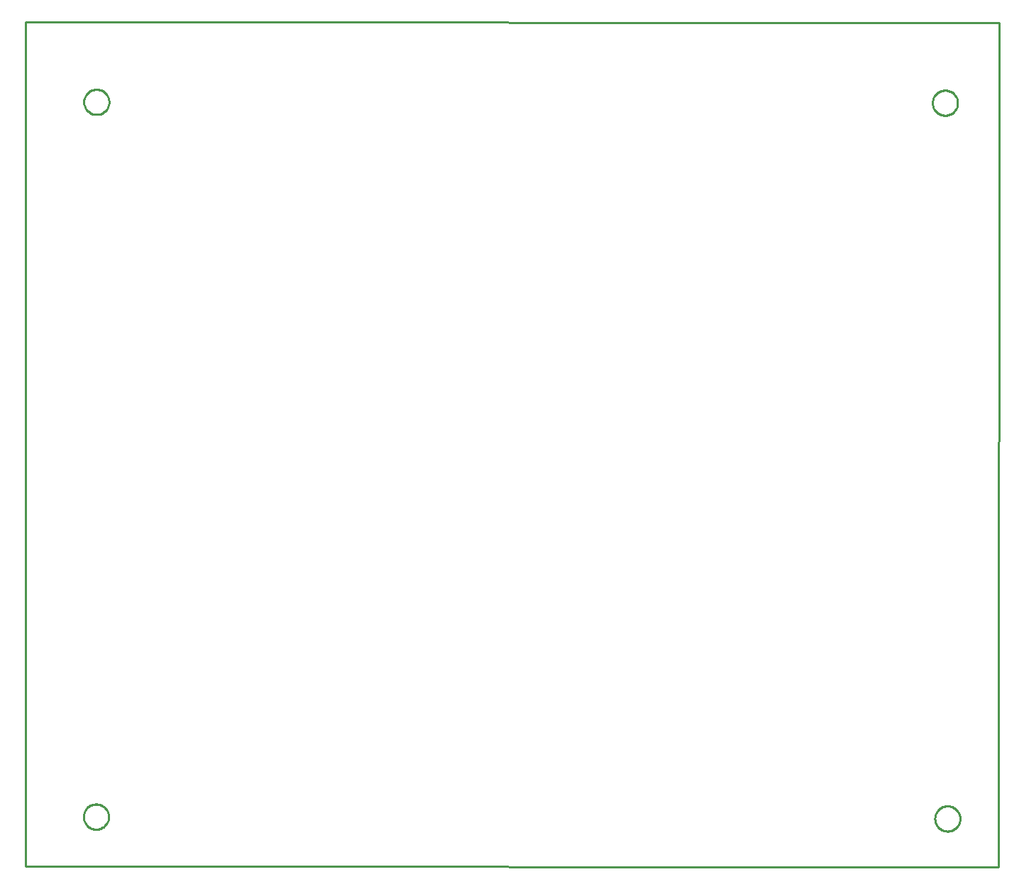
<source format=gko>
G04 EAGLE Gerber RS-274X export*
G75*
%MOMM*%
%FSLAX34Y34*%
%LPD*%
%INBoard Outline*%
%IPPOS*%
%AMOC8*
5,1,8,0,0,1.08239X$1,22.5*%
G01*
%ADD10C,0.000000*%
%ADD11C,0.254000*%


D10*
X57373Y66034D02*
X1218331Y65249D01*
X1218713Y1072728D01*
X57755Y1073513D01*
X57373Y66034D01*
X127098Y977913D02*
X127103Y978281D01*
X127116Y978649D01*
X127139Y979016D01*
X127170Y979383D01*
X127211Y979749D01*
X127260Y980114D01*
X127319Y980477D01*
X127386Y980839D01*
X127462Y981200D01*
X127548Y981558D01*
X127641Y981914D01*
X127744Y982267D01*
X127855Y982618D01*
X127975Y982966D01*
X128103Y983311D01*
X128240Y983653D01*
X128385Y983992D01*
X128538Y984326D01*
X128700Y984657D01*
X128869Y984984D01*
X129047Y985306D01*
X129232Y985625D01*
X129425Y985938D01*
X129626Y986247D01*
X129834Y986550D01*
X130050Y986848D01*
X130273Y987141D01*
X130503Y987429D01*
X130740Y987711D01*
X130984Y987986D01*
X131234Y988256D01*
X131491Y988520D01*
X131755Y988777D01*
X132025Y989027D01*
X132300Y989271D01*
X132582Y989508D01*
X132870Y989738D01*
X133163Y989961D01*
X133461Y990177D01*
X133764Y990385D01*
X134073Y990586D01*
X134386Y990779D01*
X134705Y990964D01*
X135027Y991142D01*
X135354Y991311D01*
X135685Y991473D01*
X136019Y991626D01*
X136358Y991771D01*
X136700Y991908D01*
X137045Y992036D01*
X137393Y992156D01*
X137744Y992267D01*
X138097Y992370D01*
X138453Y992463D01*
X138811Y992549D01*
X139172Y992625D01*
X139534Y992692D01*
X139897Y992751D01*
X140262Y992800D01*
X140628Y992841D01*
X140995Y992872D01*
X141362Y992895D01*
X141730Y992908D01*
X142098Y992913D01*
X142466Y992908D01*
X142834Y992895D01*
X143201Y992872D01*
X143568Y992841D01*
X143934Y992800D01*
X144299Y992751D01*
X144662Y992692D01*
X145024Y992625D01*
X145385Y992549D01*
X145743Y992463D01*
X146099Y992370D01*
X146452Y992267D01*
X146803Y992156D01*
X147151Y992036D01*
X147496Y991908D01*
X147838Y991771D01*
X148177Y991626D01*
X148511Y991473D01*
X148842Y991311D01*
X149169Y991142D01*
X149491Y990964D01*
X149810Y990779D01*
X150123Y990586D01*
X150432Y990385D01*
X150735Y990177D01*
X151033Y989961D01*
X151326Y989738D01*
X151614Y989508D01*
X151896Y989271D01*
X152171Y989027D01*
X152441Y988777D01*
X152705Y988520D01*
X152962Y988256D01*
X153212Y987986D01*
X153456Y987711D01*
X153693Y987429D01*
X153923Y987141D01*
X154146Y986848D01*
X154362Y986550D01*
X154570Y986247D01*
X154771Y985938D01*
X154964Y985625D01*
X155149Y985306D01*
X155327Y984984D01*
X155496Y984657D01*
X155658Y984326D01*
X155811Y983992D01*
X155956Y983653D01*
X156093Y983311D01*
X156221Y982966D01*
X156341Y982618D01*
X156452Y982267D01*
X156555Y981914D01*
X156648Y981558D01*
X156734Y981200D01*
X156810Y980839D01*
X156877Y980477D01*
X156936Y980114D01*
X156985Y979749D01*
X157026Y979383D01*
X157057Y979016D01*
X157080Y978649D01*
X157093Y978281D01*
X157098Y977913D01*
X157093Y977545D01*
X157080Y977177D01*
X157057Y976810D01*
X157026Y976443D01*
X156985Y976077D01*
X156936Y975712D01*
X156877Y975349D01*
X156810Y974987D01*
X156734Y974626D01*
X156648Y974268D01*
X156555Y973912D01*
X156452Y973559D01*
X156341Y973208D01*
X156221Y972860D01*
X156093Y972515D01*
X155956Y972173D01*
X155811Y971834D01*
X155658Y971500D01*
X155496Y971169D01*
X155327Y970842D01*
X155149Y970520D01*
X154964Y970201D01*
X154771Y969888D01*
X154570Y969579D01*
X154362Y969276D01*
X154146Y968978D01*
X153923Y968685D01*
X153693Y968397D01*
X153456Y968115D01*
X153212Y967840D01*
X152962Y967570D01*
X152705Y967306D01*
X152441Y967049D01*
X152171Y966799D01*
X151896Y966555D01*
X151614Y966318D01*
X151326Y966088D01*
X151033Y965865D01*
X150735Y965649D01*
X150432Y965441D01*
X150123Y965240D01*
X149810Y965047D01*
X149491Y964862D01*
X149169Y964684D01*
X148842Y964515D01*
X148511Y964353D01*
X148177Y964200D01*
X147838Y964055D01*
X147496Y963918D01*
X147151Y963790D01*
X146803Y963670D01*
X146452Y963559D01*
X146099Y963456D01*
X145743Y963363D01*
X145385Y963277D01*
X145024Y963201D01*
X144662Y963134D01*
X144299Y963075D01*
X143934Y963026D01*
X143568Y962985D01*
X143201Y962954D01*
X142834Y962931D01*
X142466Y962918D01*
X142098Y962913D01*
X141730Y962918D01*
X141362Y962931D01*
X140995Y962954D01*
X140628Y962985D01*
X140262Y963026D01*
X139897Y963075D01*
X139534Y963134D01*
X139172Y963201D01*
X138811Y963277D01*
X138453Y963363D01*
X138097Y963456D01*
X137744Y963559D01*
X137393Y963670D01*
X137045Y963790D01*
X136700Y963918D01*
X136358Y964055D01*
X136019Y964200D01*
X135685Y964353D01*
X135354Y964515D01*
X135027Y964684D01*
X134705Y964862D01*
X134386Y965047D01*
X134073Y965240D01*
X133764Y965441D01*
X133461Y965649D01*
X133163Y965865D01*
X132870Y966088D01*
X132582Y966318D01*
X132300Y966555D01*
X132025Y966799D01*
X131755Y967049D01*
X131491Y967306D01*
X131234Y967570D01*
X130984Y967840D01*
X130740Y968115D01*
X130503Y968397D01*
X130273Y968685D01*
X130050Y968978D01*
X129834Y969276D01*
X129626Y969579D01*
X129425Y969888D01*
X129232Y970201D01*
X129047Y970520D01*
X128869Y970842D01*
X128700Y971169D01*
X128538Y971500D01*
X128385Y971834D01*
X128240Y972173D01*
X128103Y972515D01*
X127975Y972860D01*
X127855Y973208D01*
X127744Y973559D01*
X127641Y973912D01*
X127548Y974268D01*
X127462Y974626D01*
X127386Y974987D01*
X127319Y975349D01*
X127260Y975712D01*
X127211Y976077D01*
X127170Y976443D01*
X127139Y976810D01*
X127116Y977177D01*
X127103Y977545D01*
X127098Y977913D01*
X126636Y124908D02*
X126641Y125276D01*
X126654Y125644D01*
X126677Y126011D01*
X126708Y126378D01*
X126749Y126744D01*
X126798Y127109D01*
X126857Y127472D01*
X126924Y127834D01*
X127000Y128195D01*
X127086Y128553D01*
X127179Y128909D01*
X127282Y129262D01*
X127393Y129613D01*
X127513Y129961D01*
X127641Y130306D01*
X127778Y130648D01*
X127923Y130987D01*
X128076Y131321D01*
X128238Y131652D01*
X128407Y131979D01*
X128585Y132301D01*
X128770Y132620D01*
X128963Y132933D01*
X129164Y133242D01*
X129372Y133545D01*
X129588Y133843D01*
X129811Y134136D01*
X130041Y134424D01*
X130278Y134706D01*
X130522Y134981D01*
X130772Y135251D01*
X131029Y135515D01*
X131293Y135772D01*
X131563Y136022D01*
X131838Y136266D01*
X132120Y136503D01*
X132408Y136733D01*
X132701Y136956D01*
X132999Y137172D01*
X133302Y137380D01*
X133611Y137581D01*
X133924Y137774D01*
X134243Y137959D01*
X134565Y138137D01*
X134892Y138306D01*
X135223Y138468D01*
X135557Y138621D01*
X135896Y138766D01*
X136238Y138903D01*
X136583Y139031D01*
X136931Y139151D01*
X137282Y139262D01*
X137635Y139365D01*
X137991Y139458D01*
X138349Y139544D01*
X138710Y139620D01*
X139072Y139687D01*
X139435Y139746D01*
X139800Y139795D01*
X140166Y139836D01*
X140533Y139867D01*
X140900Y139890D01*
X141268Y139903D01*
X141636Y139908D01*
X142004Y139903D01*
X142372Y139890D01*
X142739Y139867D01*
X143106Y139836D01*
X143472Y139795D01*
X143837Y139746D01*
X144200Y139687D01*
X144562Y139620D01*
X144923Y139544D01*
X145281Y139458D01*
X145637Y139365D01*
X145990Y139262D01*
X146341Y139151D01*
X146689Y139031D01*
X147034Y138903D01*
X147376Y138766D01*
X147715Y138621D01*
X148049Y138468D01*
X148380Y138306D01*
X148707Y138137D01*
X149029Y137959D01*
X149348Y137774D01*
X149661Y137581D01*
X149970Y137380D01*
X150273Y137172D01*
X150571Y136956D01*
X150864Y136733D01*
X151152Y136503D01*
X151434Y136266D01*
X151709Y136022D01*
X151979Y135772D01*
X152243Y135515D01*
X152500Y135251D01*
X152750Y134981D01*
X152994Y134706D01*
X153231Y134424D01*
X153461Y134136D01*
X153684Y133843D01*
X153900Y133545D01*
X154108Y133242D01*
X154309Y132933D01*
X154502Y132620D01*
X154687Y132301D01*
X154865Y131979D01*
X155034Y131652D01*
X155196Y131321D01*
X155349Y130987D01*
X155494Y130648D01*
X155631Y130306D01*
X155759Y129961D01*
X155879Y129613D01*
X155990Y129262D01*
X156093Y128909D01*
X156186Y128553D01*
X156272Y128195D01*
X156348Y127834D01*
X156415Y127472D01*
X156474Y127109D01*
X156523Y126744D01*
X156564Y126378D01*
X156595Y126011D01*
X156618Y125644D01*
X156631Y125276D01*
X156636Y124908D01*
X156631Y124540D01*
X156618Y124172D01*
X156595Y123805D01*
X156564Y123438D01*
X156523Y123072D01*
X156474Y122707D01*
X156415Y122344D01*
X156348Y121982D01*
X156272Y121621D01*
X156186Y121263D01*
X156093Y120907D01*
X155990Y120554D01*
X155879Y120203D01*
X155759Y119855D01*
X155631Y119510D01*
X155494Y119168D01*
X155349Y118829D01*
X155196Y118495D01*
X155034Y118164D01*
X154865Y117837D01*
X154687Y117515D01*
X154502Y117196D01*
X154309Y116883D01*
X154108Y116574D01*
X153900Y116271D01*
X153684Y115973D01*
X153461Y115680D01*
X153231Y115392D01*
X152994Y115110D01*
X152750Y114835D01*
X152500Y114565D01*
X152243Y114301D01*
X151979Y114044D01*
X151709Y113794D01*
X151434Y113550D01*
X151152Y113313D01*
X150864Y113083D01*
X150571Y112860D01*
X150273Y112644D01*
X149970Y112436D01*
X149661Y112235D01*
X149348Y112042D01*
X149029Y111857D01*
X148707Y111679D01*
X148380Y111510D01*
X148049Y111348D01*
X147715Y111195D01*
X147376Y111050D01*
X147034Y110913D01*
X146689Y110785D01*
X146341Y110665D01*
X145990Y110554D01*
X145637Y110451D01*
X145281Y110358D01*
X144923Y110272D01*
X144562Y110196D01*
X144200Y110129D01*
X143837Y110070D01*
X143472Y110021D01*
X143106Y109980D01*
X142739Y109949D01*
X142372Y109926D01*
X142004Y109913D01*
X141636Y109908D01*
X141268Y109913D01*
X140900Y109926D01*
X140533Y109949D01*
X140166Y109980D01*
X139800Y110021D01*
X139435Y110070D01*
X139072Y110129D01*
X138710Y110196D01*
X138349Y110272D01*
X137991Y110358D01*
X137635Y110451D01*
X137282Y110554D01*
X136931Y110665D01*
X136583Y110785D01*
X136238Y110913D01*
X135896Y111050D01*
X135557Y111195D01*
X135223Y111348D01*
X134892Y111510D01*
X134565Y111679D01*
X134243Y111857D01*
X133924Y112042D01*
X133611Y112235D01*
X133302Y112436D01*
X132999Y112644D01*
X132701Y112860D01*
X132408Y113083D01*
X132120Y113313D01*
X131838Y113550D01*
X131563Y113794D01*
X131293Y114044D01*
X131029Y114301D01*
X130772Y114565D01*
X130522Y114835D01*
X130278Y115110D01*
X130041Y115392D01*
X129811Y115680D01*
X129588Y115973D01*
X129372Y116271D01*
X129164Y116574D01*
X128963Y116883D01*
X128770Y117196D01*
X128585Y117515D01*
X128407Y117837D01*
X128238Y118164D01*
X128076Y118495D01*
X127923Y118829D01*
X127778Y119168D01*
X127641Y119510D01*
X127513Y119855D01*
X127393Y120203D01*
X127282Y120554D01*
X127179Y120907D01*
X127086Y121263D01*
X127000Y121621D01*
X126924Y121982D01*
X126857Y122344D01*
X126798Y122707D01*
X126749Y123072D01*
X126708Y123438D01*
X126677Y123805D01*
X126654Y124172D01*
X126641Y124540D01*
X126636Y124908D01*
X1142475Y122671D02*
X1142480Y123039D01*
X1142493Y123407D01*
X1142516Y123774D01*
X1142547Y124141D01*
X1142588Y124507D01*
X1142637Y124872D01*
X1142696Y125235D01*
X1142763Y125597D01*
X1142839Y125958D01*
X1142925Y126316D01*
X1143018Y126672D01*
X1143121Y127025D01*
X1143232Y127376D01*
X1143352Y127724D01*
X1143480Y128069D01*
X1143617Y128411D01*
X1143762Y128750D01*
X1143915Y129084D01*
X1144077Y129415D01*
X1144246Y129742D01*
X1144424Y130064D01*
X1144609Y130383D01*
X1144802Y130696D01*
X1145003Y131005D01*
X1145211Y131308D01*
X1145427Y131606D01*
X1145650Y131899D01*
X1145880Y132187D01*
X1146117Y132469D01*
X1146361Y132744D01*
X1146611Y133014D01*
X1146868Y133278D01*
X1147132Y133535D01*
X1147402Y133785D01*
X1147677Y134029D01*
X1147959Y134266D01*
X1148247Y134496D01*
X1148540Y134719D01*
X1148838Y134935D01*
X1149141Y135143D01*
X1149450Y135344D01*
X1149763Y135537D01*
X1150082Y135722D01*
X1150404Y135900D01*
X1150731Y136069D01*
X1151062Y136231D01*
X1151396Y136384D01*
X1151735Y136529D01*
X1152077Y136666D01*
X1152422Y136794D01*
X1152770Y136914D01*
X1153121Y137025D01*
X1153474Y137128D01*
X1153830Y137221D01*
X1154188Y137307D01*
X1154549Y137383D01*
X1154911Y137450D01*
X1155274Y137509D01*
X1155639Y137558D01*
X1156005Y137599D01*
X1156372Y137630D01*
X1156739Y137653D01*
X1157107Y137666D01*
X1157475Y137671D01*
X1157843Y137666D01*
X1158211Y137653D01*
X1158578Y137630D01*
X1158945Y137599D01*
X1159311Y137558D01*
X1159676Y137509D01*
X1160039Y137450D01*
X1160401Y137383D01*
X1160762Y137307D01*
X1161120Y137221D01*
X1161476Y137128D01*
X1161829Y137025D01*
X1162180Y136914D01*
X1162528Y136794D01*
X1162873Y136666D01*
X1163215Y136529D01*
X1163554Y136384D01*
X1163888Y136231D01*
X1164219Y136069D01*
X1164546Y135900D01*
X1164868Y135722D01*
X1165187Y135537D01*
X1165500Y135344D01*
X1165809Y135143D01*
X1166112Y134935D01*
X1166410Y134719D01*
X1166703Y134496D01*
X1166991Y134266D01*
X1167273Y134029D01*
X1167548Y133785D01*
X1167818Y133535D01*
X1168082Y133278D01*
X1168339Y133014D01*
X1168589Y132744D01*
X1168833Y132469D01*
X1169070Y132187D01*
X1169300Y131899D01*
X1169523Y131606D01*
X1169739Y131308D01*
X1169947Y131005D01*
X1170148Y130696D01*
X1170341Y130383D01*
X1170526Y130064D01*
X1170704Y129742D01*
X1170873Y129415D01*
X1171035Y129084D01*
X1171188Y128750D01*
X1171333Y128411D01*
X1171470Y128069D01*
X1171598Y127724D01*
X1171718Y127376D01*
X1171829Y127025D01*
X1171932Y126672D01*
X1172025Y126316D01*
X1172111Y125958D01*
X1172187Y125597D01*
X1172254Y125235D01*
X1172313Y124872D01*
X1172362Y124507D01*
X1172403Y124141D01*
X1172434Y123774D01*
X1172457Y123407D01*
X1172470Y123039D01*
X1172475Y122671D01*
X1172470Y122303D01*
X1172457Y121935D01*
X1172434Y121568D01*
X1172403Y121201D01*
X1172362Y120835D01*
X1172313Y120470D01*
X1172254Y120107D01*
X1172187Y119745D01*
X1172111Y119384D01*
X1172025Y119026D01*
X1171932Y118670D01*
X1171829Y118317D01*
X1171718Y117966D01*
X1171598Y117618D01*
X1171470Y117273D01*
X1171333Y116931D01*
X1171188Y116592D01*
X1171035Y116258D01*
X1170873Y115927D01*
X1170704Y115600D01*
X1170526Y115278D01*
X1170341Y114959D01*
X1170148Y114646D01*
X1169947Y114337D01*
X1169739Y114034D01*
X1169523Y113736D01*
X1169300Y113443D01*
X1169070Y113155D01*
X1168833Y112873D01*
X1168589Y112598D01*
X1168339Y112328D01*
X1168082Y112064D01*
X1167818Y111807D01*
X1167548Y111557D01*
X1167273Y111313D01*
X1166991Y111076D01*
X1166703Y110846D01*
X1166410Y110623D01*
X1166112Y110407D01*
X1165809Y110199D01*
X1165500Y109998D01*
X1165187Y109805D01*
X1164868Y109620D01*
X1164546Y109442D01*
X1164219Y109273D01*
X1163888Y109111D01*
X1163554Y108958D01*
X1163215Y108813D01*
X1162873Y108676D01*
X1162528Y108548D01*
X1162180Y108428D01*
X1161829Y108317D01*
X1161476Y108214D01*
X1161120Y108121D01*
X1160762Y108035D01*
X1160401Y107959D01*
X1160039Y107892D01*
X1159676Y107833D01*
X1159311Y107784D01*
X1158945Y107743D01*
X1158578Y107712D01*
X1158211Y107689D01*
X1157843Y107676D01*
X1157475Y107671D01*
X1157107Y107676D01*
X1156739Y107689D01*
X1156372Y107712D01*
X1156005Y107743D01*
X1155639Y107784D01*
X1155274Y107833D01*
X1154911Y107892D01*
X1154549Y107959D01*
X1154188Y108035D01*
X1153830Y108121D01*
X1153474Y108214D01*
X1153121Y108317D01*
X1152770Y108428D01*
X1152422Y108548D01*
X1152077Y108676D01*
X1151735Y108813D01*
X1151396Y108958D01*
X1151062Y109111D01*
X1150731Y109273D01*
X1150404Y109442D01*
X1150082Y109620D01*
X1149763Y109805D01*
X1149450Y109998D01*
X1149141Y110199D01*
X1148838Y110407D01*
X1148540Y110623D01*
X1148247Y110846D01*
X1147959Y111076D01*
X1147677Y111313D01*
X1147402Y111557D01*
X1147132Y111807D01*
X1146868Y112064D01*
X1146611Y112328D01*
X1146361Y112598D01*
X1146117Y112873D01*
X1145880Y113155D01*
X1145650Y113443D01*
X1145427Y113736D01*
X1145211Y114034D01*
X1145003Y114337D01*
X1144802Y114646D01*
X1144609Y114959D01*
X1144424Y115278D01*
X1144246Y115600D01*
X1144077Y115927D01*
X1143915Y116258D01*
X1143762Y116592D01*
X1143617Y116931D01*
X1143480Y117273D01*
X1143352Y117618D01*
X1143232Y117966D01*
X1143121Y118317D01*
X1143018Y118670D01*
X1142925Y119026D01*
X1142839Y119384D01*
X1142763Y119745D01*
X1142696Y120107D01*
X1142637Y120470D01*
X1142588Y120835D01*
X1142547Y121201D01*
X1142516Y121568D01*
X1142493Y121935D01*
X1142480Y122303D01*
X1142475Y122671D01*
X1139494Y976819D02*
X1139499Y977187D01*
X1139512Y977555D01*
X1139535Y977922D01*
X1139566Y978289D01*
X1139607Y978655D01*
X1139656Y979020D01*
X1139715Y979383D01*
X1139782Y979745D01*
X1139858Y980106D01*
X1139944Y980464D01*
X1140037Y980820D01*
X1140140Y981173D01*
X1140251Y981524D01*
X1140371Y981872D01*
X1140499Y982217D01*
X1140636Y982559D01*
X1140781Y982898D01*
X1140934Y983232D01*
X1141096Y983563D01*
X1141265Y983890D01*
X1141443Y984212D01*
X1141628Y984531D01*
X1141821Y984844D01*
X1142022Y985153D01*
X1142230Y985456D01*
X1142446Y985754D01*
X1142669Y986047D01*
X1142899Y986335D01*
X1143136Y986617D01*
X1143380Y986892D01*
X1143630Y987162D01*
X1143887Y987426D01*
X1144151Y987683D01*
X1144421Y987933D01*
X1144696Y988177D01*
X1144978Y988414D01*
X1145266Y988644D01*
X1145559Y988867D01*
X1145857Y989083D01*
X1146160Y989291D01*
X1146469Y989492D01*
X1146782Y989685D01*
X1147101Y989870D01*
X1147423Y990048D01*
X1147750Y990217D01*
X1148081Y990379D01*
X1148415Y990532D01*
X1148754Y990677D01*
X1149096Y990814D01*
X1149441Y990942D01*
X1149789Y991062D01*
X1150140Y991173D01*
X1150493Y991276D01*
X1150849Y991369D01*
X1151207Y991455D01*
X1151568Y991531D01*
X1151930Y991598D01*
X1152293Y991657D01*
X1152658Y991706D01*
X1153024Y991747D01*
X1153391Y991778D01*
X1153758Y991801D01*
X1154126Y991814D01*
X1154494Y991819D01*
X1154862Y991814D01*
X1155230Y991801D01*
X1155597Y991778D01*
X1155964Y991747D01*
X1156330Y991706D01*
X1156695Y991657D01*
X1157058Y991598D01*
X1157420Y991531D01*
X1157781Y991455D01*
X1158139Y991369D01*
X1158495Y991276D01*
X1158848Y991173D01*
X1159199Y991062D01*
X1159547Y990942D01*
X1159892Y990814D01*
X1160234Y990677D01*
X1160573Y990532D01*
X1160907Y990379D01*
X1161238Y990217D01*
X1161565Y990048D01*
X1161887Y989870D01*
X1162206Y989685D01*
X1162519Y989492D01*
X1162828Y989291D01*
X1163131Y989083D01*
X1163429Y988867D01*
X1163722Y988644D01*
X1164010Y988414D01*
X1164292Y988177D01*
X1164567Y987933D01*
X1164837Y987683D01*
X1165101Y987426D01*
X1165358Y987162D01*
X1165608Y986892D01*
X1165852Y986617D01*
X1166089Y986335D01*
X1166319Y986047D01*
X1166542Y985754D01*
X1166758Y985456D01*
X1166966Y985153D01*
X1167167Y984844D01*
X1167360Y984531D01*
X1167545Y984212D01*
X1167723Y983890D01*
X1167892Y983563D01*
X1168054Y983232D01*
X1168207Y982898D01*
X1168352Y982559D01*
X1168489Y982217D01*
X1168617Y981872D01*
X1168737Y981524D01*
X1168848Y981173D01*
X1168951Y980820D01*
X1169044Y980464D01*
X1169130Y980106D01*
X1169206Y979745D01*
X1169273Y979383D01*
X1169332Y979020D01*
X1169381Y978655D01*
X1169422Y978289D01*
X1169453Y977922D01*
X1169476Y977555D01*
X1169489Y977187D01*
X1169494Y976819D01*
X1169489Y976451D01*
X1169476Y976083D01*
X1169453Y975716D01*
X1169422Y975349D01*
X1169381Y974983D01*
X1169332Y974618D01*
X1169273Y974255D01*
X1169206Y973893D01*
X1169130Y973532D01*
X1169044Y973174D01*
X1168951Y972818D01*
X1168848Y972465D01*
X1168737Y972114D01*
X1168617Y971766D01*
X1168489Y971421D01*
X1168352Y971079D01*
X1168207Y970740D01*
X1168054Y970406D01*
X1167892Y970075D01*
X1167723Y969748D01*
X1167545Y969426D01*
X1167360Y969107D01*
X1167167Y968794D01*
X1166966Y968485D01*
X1166758Y968182D01*
X1166542Y967884D01*
X1166319Y967591D01*
X1166089Y967303D01*
X1165852Y967021D01*
X1165608Y966746D01*
X1165358Y966476D01*
X1165101Y966212D01*
X1164837Y965955D01*
X1164567Y965705D01*
X1164292Y965461D01*
X1164010Y965224D01*
X1163722Y964994D01*
X1163429Y964771D01*
X1163131Y964555D01*
X1162828Y964347D01*
X1162519Y964146D01*
X1162206Y963953D01*
X1161887Y963768D01*
X1161565Y963590D01*
X1161238Y963421D01*
X1160907Y963259D01*
X1160573Y963106D01*
X1160234Y962961D01*
X1159892Y962824D01*
X1159547Y962696D01*
X1159199Y962576D01*
X1158848Y962465D01*
X1158495Y962362D01*
X1158139Y962269D01*
X1157781Y962183D01*
X1157420Y962107D01*
X1157058Y962040D01*
X1156695Y961981D01*
X1156330Y961932D01*
X1155964Y961891D01*
X1155597Y961860D01*
X1155230Y961837D01*
X1154862Y961824D01*
X1154494Y961819D01*
X1154126Y961824D01*
X1153758Y961837D01*
X1153391Y961860D01*
X1153024Y961891D01*
X1152658Y961932D01*
X1152293Y961981D01*
X1151930Y962040D01*
X1151568Y962107D01*
X1151207Y962183D01*
X1150849Y962269D01*
X1150493Y962362D01*
X1150140Y962465D01*
X1149789Y962576D01*
X1149441Y962696D01*
X1149096Y962824D01*
X1148754Y962961D01*
X1148415Y963106D01*
X1148081Y963259D01*
X1147750Y963421D01*
X1147423Y963590D01*
X1147101Y963768D01*
X1146782Y963953D01*
X1146469Y964146D01*
X1146160Y964347D01*
X1145857Y964555D01*
X1145559Y964771D01*
X1145266Y964994D01*
X1144978Y965224D01*
X1144696Y965461D01*
X1144421Y965705D01*
X1144151Y965955D01*
X1143887Y966212D01*
X1143630Y966476D01*
X1143380Y966746D01*
X1143136Y967021D01*
X1142899Y967303D01*
X1142669Y967591D01*
X1142446Y967884D01*
X1142230Y968182D01*
X1142022Y968485D01*
X1141821Y968794D01*
X1141628Y969107D01*
X1141443Y969426D01*
X1141265Y969748D01*
X1141096Y970075D01*
X1140934Y970406D01*
X1140781Y970740D01*
X1140636Y971079D01*
X1140499Y971421D01*
X1140371Y971766D01*
X1140251Y972114D01*
X1140140Y972465D01*
X1140037Y972818D01*
X1139944Y973174D01*
X1139858Y973532D01*
X1139782Y973893D01*
X1139715Y974255D01*
X1139656Y974618D01*
X1139607Y974983D01*
X1139566Y975349D01*
X1139535Y975716D01*
X1139512Y976083D01*
X1139499Y976451D01*
X1139494Y976819D01*
D11*
X57373Y66034D02*
X1218331Y65249D01*
X1218713Y1072728D01*
X57755Y1073513D01*
X57373Y66034D01*
X157098Y977377D02*
X157021Y976308D01*
X156869Y975248D01*
X156641Y974201D01*
X156339Y973173D01*
X155965Y972169D01*
X155520Y971194D01*
X155006Y970254D01*
X154427Y969352D01*
X153785Y968495D01*
X153083Y967685D01*
X152325Y966927D01*
X151516Y966226D01*
X150658Y965583D01*
X149757Y965004D01*
X148816Y964491D01*
X147842Y964046D01*
X146838Y963671D01*
X145810Y963369D01*
X144763Y963142D01*
X143702Y962989D01*
X142633Y962913D01*
X141562Y962913D01*
X140493Y962989D01*
X139433Y963142D01*
X138386Y963369D01*
X137358Y963671D01*
X136354Y964046D01*
X135379Y964491D01*
X134439Y965004D01*
X133537Y965583D01*
X132680Y966226D01*
X131870Y966927D01*
X131112Y967685D01*
X130411Y968495D01*
X129769Y969352D01*
X129189Y970254D01*
X128676Y971194D01*
X128231Y972169D01*
X127856Y973173D01*
X127554Y974201D01*
X127327Y975248D01*
X127174Y976308D01*
X127098Y977377D01*
X127098Y978448D01*
X127174Y979517D01*
X127327Y980578D01*
X127554Y981625D01*
X127856Y982653D01*
X128231Y983657D01*
X128676Y984631D01*
X129189Y985572D01*
X129769Y986473D01*
X130411Y987331D01*
X131112Y988140D01*
X131870Y988898D01*
X132680Y989600D01*
X133537Y990242D01*
X134439Y990821D01*
X135379Y991335D01*
X136354Y991780D01*
X137358Y992154D01*
X138386Y992456D01*
X139433Y992684D01*
X140493Y992836D01*
X141562Y992913D01*
X142633Y992913D01*
X143702Y992836D01*
X144763Y992684D01*
X145810Y992456D01*
X146838Y992154D01*
X147842Y991780D01*
X148816Y991335D01*
X149757Y990821D01*
X150658Y990242D01*
X151516Y989600D01*
X152325Y988898D01*
X153083Y988140D01*
X153785Y987331D01*
X154427Y986473D01*
X155006Y985572D01*
X155520Y984631D01*
X155965Y983657D01*
X156339Y982653D01*
X156641Y981625D01*
X156869Y980578D01*
X157021Y979517D01*
X157098Y978448D01*
X157098Y977377D01*
X156636Y124372D02*
X156560Y123303D01*
X156407Y122243D01*
X156179Y121196D01*
X155878Y120168D01*
X155503Y119164D01*
X155058Y118189D01*
X154545Y117249D01*
X153965Y116348D01*
X153323Y115490D01*
X152622Y114680D01*
X151864Y113922D01*
X151054Y113221D01*
X150196Y112579D01*
X149295Y111999D01*
X148355Y111486D01*
X147380Y111041D01*
X146376Y110666D01*
X145348Y110364D01*
X144301Y110137D01*
X143241Y109984D01*
X142172Y109908D01*
X141100Y109908D01*
X140032Y109984D01*
X138971Y110137D01*
X137924Y110364D01*
X136896Y110666D01*
X135892Y111041D01*
X134918Y111486D01*
X133977Y111999D01*
X133076Y112579D01*
X132218Y113221D01*
X131408Y113922D01*
X130651Y114680D01*
X129949Y115490D01*
X129307Y116348D01*
X128728Y117249D01*
X128214Y118189D01*
X127769Y119164D01*
X127395Y120168D01*
X127093Y121196D01*
X126865Y122243D01*
X126713Y123303D01*
X126636Y124372D01*
X126636Y125444D01*
X126713Y126512D01*
X126865Y127573D01*
X127093Y128620D01*
X127395Y129648D01*
X127769Y130652D01*
X128214Y131626D01*
X128728Y132567D01*
X129307Y133468D01*
X129949Y134326D01*
X130651Y135136D01*
X131408Y135893D01*
X132218Y136595D01*
X133076Y137237D01*
X133977Y137816D01*
X134918Y138330D01*
X135892Y138775D01*
X136896Y139149D01*
X137924Y139451D01*
X138971Y139679D01*
X140032Y139831D01*
X141100Y139908D01*
X142172Y139908D01*
X143241Y139831D01*
X144301Y139679D01*
X145348Y139451D01*
X146376Y139149D01*
X147380Y138775D01*
X148355Y138330D01*
X149295Y137816D01*
X150196Y137237D01*
X151054Y136595D01*
X151864Y135893D01*
X152622Y135136D01*
X153323Y134326D01*
X153965Y133468D01*
X154545Y132567D01*
X155058Y131626D01*
X155503Y130652D01*
X155878Y129648D01*
X156179Y128620D01*
X156407Y127573D01*
X156560Y126512D01*
X156636Y125444D01*
X156636Y124372D01*
X1172475Y122135D02*
X1172398Y121067D01*
X1172246Y120006D01*
X1172018Y118959D01*
X1171716Y117931D01*
X1171342Y116927D01*
X1170896Y115952D01*
X1170383Y115012D01*
X1169804Y114111D01*
X1169162Y113253D01*
X1168460Y112443D01*
X1167702Y111686D01*
X1166893Y110984D01*
X1166035Y110342D01*
X1165133Y109763D01*
X1164193Y109249D01*
X1163218Y108804D01*
X1162215Y108430D01*
X1161187Y108128D01*
X1160140Y107900D01*
X1159079Y107747D01*
X1158010Y107671D01*
X1156939Y107671D01*
X1155870Y107747D01*
X1154810Y107900D01*
X1153763Y108128D01*
X1152735Y108430D01*
X1151731Y108804D01*
X1150756Y109249D01*
X1149816Y109763D01*
X1148914Y110342D01*
X1148057Y110984D01*
X1147247Y111686D01*
X1146489Y112443D01*
X1145787Y113253D01*
X1145145Y114111D01*
X1144566Y115012D01*
X1144053Y115952D01*
X1143608Y116927D01*
X1143233Y117931D01*
X1142931Y118959D01*
X1142703Y120006D01*
X1142551Y121067D01*
X1142475Y122135D01*
X1142475Y123207D01*
X1142551Y124275D01*
X1142703Y125336D01*
X1142931Y126383D01*
X1143233Y127411D01*
X1143608Y128415D01*
X1144053Y129390D01*
X1144566Y130330D01*
X1145145Y131231D01*
X1145787Y132089D01*
X1146489Y132899D01*
X1147247Y133656D01*
X1148057Y134358D01*
X1148914Y135000D01*
X1149816Y135579D01*
X1150756Y136093D01*
X1151731Y136538D01*
X1152735Y136912D01*
X1153763Y137214D01*
X1154810Y137442D01*
X1155870Y137595D01*
X1156939Y137671D01*
X1158010Y137671D01*
X1159079Y137595D01*
X1160140Y137442D01*
X1161187Y137214D01*
X1162215Y136912D01*
X1163218Y136538D01*
X1164193Y136093D01*
X1165133Y135579D01*
X1166035Y135000D01*
X1166893Y134358D01*
X1167702Y133656D01*
X1168460Y132899D01*
X1169162Y132089D01*
X1169804Y131231D01*
X1170383Y130330D01*
X1170896Y129390D01*
X1171342Y128415D01*
X1171716Y127411D01*
X1172018Y126383D01*
X1172246Y125336D01*
X1172398Y124275D01*
X1172475Y123207D01*
X1172475Y122135D01*
X1169494Y976284D02*
X1169418Y975215D01*
X1169265Y974154D01*
X1169038Y973108D01*
X1168736Y972079D01*
X1168361Y971076D01*
X1167916Y970101D01*
X1167403Y969161D01*
X1166823Y968259D01*
X1166181Y967401D01*
X1165480Y966592D01*
X1164722Y965834D01*
X1163912Y965132D01*
X1163055Y964490D01*
X1162153Y963911D01*
X1161213Y963398D01*
X1160238Y962952D01*
X1159234Y962578D01*
X1158206Y962276D01*
X1157159Y962048D01*
X1156099Y961896D01*
X1155030Y961819D01*
X1153959Y961819D01*
X1152890Y961896D01*
X1151829Y962048D01*
X1150782Y962276D01*
X1149754Y962578D01*
X1148750Y962952D01*
X1147776Y963398D01*
X1146835Y963911D01*
X1145934Y964490D01*
X1145076Y965132D01*
X1144267Y965834D01*
X1143509Y966592D01*
X1142807Y967401D01*
X1142165Y968259D01*
X1141586Y969161D01*
X1141072Y970101D01*
X1140627Y971076D01*
X1140253Y972079D01*
X1139951Y973108D01*
X1139723Y974154D01*
X1139571Y975215D01*
X1139494Y976284D01*
X1139494Y977355D01*
X1139571Y978424D01*
X1139723Y979484D01*
X1139951Y980531D01*
X1140253Y981559D01*
X1140627Y982563D01*
X1141072Y983538D01*
X1141586Y984478D01*
X1142165Y985380D01*
X1142807Y986238D01*
X1143509Y987047D01*
X1144267Y987805D01*
X1145076Y988507D01*
X1145934Y989149D01*
X1146835Y989728D01*
X1147776Y990241D01*
X1148750Y990687D01*
X1149754Y991061D01*
X1150782Y991363D01*
X1151829Y991591D01*
X1152890Y991743D01*
X1153959Y991819D01*
X1155030Y991819D01*
X1156099Y991743D01*
X1157159Y991591D01*
X1158206Y991363D01*
X1159234Y991061D01*
X1160238Y990687D01*
X1161213Y990241D01*
X1162153Y989728D01*
X1163055Y989149D01*
X1163912Y988507D01*
X1164722Y987805D01*
X1165480Y987047D01*
X1166181Y986238D01*
X1166823Y985380D01*
X1167403Y984478D01*
X1167916Y983538D01*
X1168361Y982563D01*
X1168736Y981559D01*
X1169038Y980531D01*
X1169265Y979484D01*
X1169418Y978424D01*
X1169494Y977355D01*
X1169494Y976284D01*
M02*

</source>
